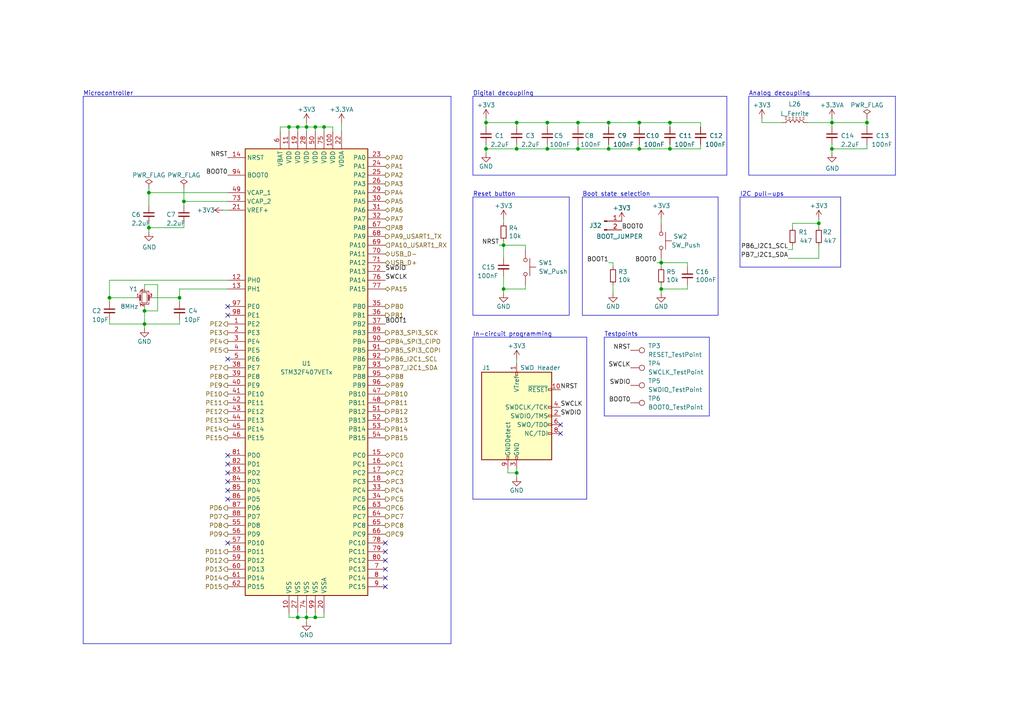
<source format=kicad_sch>
(kicad_sch (version 20230121) (generator eeschema)
  (paper "A4")
  (title_block (title "LumenPnP Motherboard") (date "2022-03-29") (company "Opulo"))
  (lib_symbols
    (symbol "Connector:Conn_01x02_Male" (pin_names (offset 1.016) hide)
      (property "Reference" "J" (at 0 2.54 0))
      (property "Value" "Conn_01x02_Male" (at 0 -5.08 0))
      (symbol "Conn_01x02_Male_1_1"
        (polyline (pts (xy 1.27 -2.54) (xy 0.8636 -2.54)) (stroke (width 0.1524)))
        (polyline (pts (xy 1.27 0) (xy 0.8636 0)) (stroke (width 0.1524)))
        (rectangle (start 0.8636 -2.413) (end 0 -2.667) (stroke (width 0.1524)) (fill (type outline)))
        (rectangle (start 0.8636 0.127) (end 0 -0.127) (stroke (width 0.1524)) (fill (type outline)))
        (pin passive line (at 5.08 0 180) (length 3.81) (name "Pin_1") (number "1"))
        (pin passive line (at 5.08 -2.54 180) (length 3.81) (name "Pin_2") (number "2"))
      )
    )
    (symbol "Connector:Conn_ARM_JTAG_SWD_10" (pin_names (offset 1.016))
      (property "Reference" "J" (at -2.54 16.51 0))
      (property "Value" "Conn_ARM_JTAG_SWD_10" (at -2.54 13.97 0))
      (symbol "Conn_ARM_JTAG_SWD_10_0_1"
        (rectangle (start -10.16 12.7) (end 10.16 -12.7) (stroke (width 0.254)) (fill (type background)))
        (rectangle (start -2.794 -12.7) (end -2.286 -11.684))
        (rectangle (start -0.254 -12.7) (end 0.254 -11.684))
        (rectangle (start -0.254 12.7) (end 0.254 11.684))
        (rectangle (start 9.144 2.286) (end 10.16 2.794))
        (rectangle (start 10.16 -2.794) (end 9.144 -2.286))
        (rectangle (start 10.16 -0.254) (end 9.144 0.254))
        (rectangle (start 10.16 7.874) (end 9.144 7.366))
      )
      (symbol "Conn_ARM_JTAG_SWD_10_1_1"
        (rectangle (start 9.144 -5.334) (end 10.16 -4.826))
        (pin power_in line (at 0 15.24 270) (length 2.54) (name "VTref") (number "1"))
        (pin open_collector line (at 12.7 7.62 180) (length 2.54) (name "~{RESET}") (number "10"))
        (pin bidirectional line (at 12.7 0 180) (length 2.54) (name "SWDIO/TMS") (number "2"))
        (pin power_in line (at 0 -15.24 90) (length 2.54) (name "GND") (number "3"))
        (pin output line (at 12.7 2.54 180) (length 2.54) (name "SWDCLK/TCK") (number "4"))
        (pin passive line (at 0 -15.24 90) (length 2.54) hide (name "GND") (number "5"))
        (pin input line (at 12.7 -2.54 180) (length 2.54) (name "SWO/TDO") (number "6"))
        (pin no_connect line (at -10.16 0 0) (length 2.54) hide (name "KEY") (number "7"))
        (pin output line (at 12.7 -5.08 180) (length 2.54) (name "NC/TDI") (number "8"))
        (pin passive line (at -2.54 -15.24 90) (length 2.54) (name "GNDDetect") (number "9"))
      )
    )
    (symbol "Connector:TestPoint" (pin_numbers hide) (pin_names (offset 0.762) hide)
      (property "Reference" "TP" (at 0 6.858 0))
      (property "Value" "TestPoint" (at 0 5.08 0))
      (symbol "TestPoint_0_1"
        (circle (center 0 3.302) (radius 0.762))
      )
      (symbol "TestPoint_1_1"
        (pin passive line (at 0 0 90) (length 2.54) (name "1") (number "1"))
      )
    )
    (symbol "Device:C_Small" (pin_numbers hide) (pin_names (offset 0.254) hide)
      (property "Reference" "C" (at 0.254 1.778 0))
      (property "Value" "C_Small" (at 0.254 -2.032 0))
      (symbol "C_Small_0_1"
        (polyline (pts (xy -1.524 -0.508) (xy 1.524 -0.508)) (stroke (width 0.3302)))
        (polyline (pts (xy -1.524 0.508) (xy 1.524 0.508)) (stroke (width 0.3048)))
      )
      (symbol "C_Small_1_1"
        (pin passive line (at 0 2.54 270) (length 2.032) (name "~") (number "1"))
        (pin passive line (at 0 -2.54 90) (length 2.032) (name "~") (number "2"))
      )
    )
    (symbol "Device:Crystal_GND24_Small" (pin_names (offset 1.016) hide)
      (property "Reference" "Y" (at 1.27 4.445 0))
      (property "Value" "Crystal_GND24_Small" (at 1.27 2.54 0))
      (symbol "Crystal_GND24_Small_0_1"
        (rectangle (start -0.762 -1.524) (end 0.762 1.524))
        (polyline (pts (xy -1.27 -0.762) (xy -1.27 0.762)) (stroke (width 0.381)))
        (polyline (pts (xy 1.27 -0.762) (xy 1.27 0.762)) (stroke (width 0.381)))
        (polyline (pts (xy -1.27 -1.27) (xy -1.27 -1.905) (xy 1.27 -1.905) (xy 1.27 -1.27)))
        (polyline (pts (xy -1.27 1.27) (xy -1.27 1.905) (xy 1.27 1.905) (xy 1.27 1.27)))
      )
      (symbol "Crystal_GND24_Small_1_1"
        (pin passive line (at -2.54 0 0) (length 1.27) (name "1") (number "1"))
        (pin passive line (at 0 -2.54 90) (length 0.635) (name "2") (number "2"))
        (pin passive line (at 2.54 0 180) (length 1.27) (name "3") (number "3"))
        (pin passive line (at 0 2.54 270) (length 0.635) (name "4") (number "4"))
      )
    )
    (symbol "Device:L_Ferrite" (pin_numbers hide) (pin_names (offset 1.016) hide)
      (property "Reference" "L" (at -1.27 0 90))
      (property "Value" "L_Ferrite" (at 2.794 0 90))
      (symbol "L_Ferrite_0_1"
        (arc (start 0 -2.54) (mid 0.6323 -1.905) (end 0 -1.27))
        (arc (start 0 -1.27) (mid 0.6323 -0.635) (end 0 0))
        (polyline (pts (xy 1.016 -2.794) (xy 1.016 -2.286)))
        (polyline (pts (xy 1.016 -1.778) (xy 1.016 -1.27)))
        (polyline (pts (xy 1.016 -0.762) (xy 1.016 -0.254)))
        (polyline (pts (xy 1.016 0.254) (xy 1.016 0.762)))
        (polyline (pts (xy 1.016 1.27) (xy 1.016 1.778)))
        (polyline (pts (xy 1.016 2.286) (xy 1.016 2.794)))
        (polyline (pts (xy 1.524 -2.286) (xy 1.524 -2.794)))
        (polyline (pts (xy 1.524 -1.27) (xy 1.524 -1.778)))
        (polyline (pts (xy 1.524 -0.254) (xy 1.524 -0.762)))
        (polyline (pts (xy 1.524 0.762) (xy 1.524 0.254)))
        (polyline (pts (xy 1.524 1.778) (xy 1.524 1.27)))
        (polyline (pts (xy 1.524 2.794) (xy 1.524 2.286)))
        (arc (start 0 0) (mid 0.6323 0.635) (end 0 1.27))
        (arc (start 0 1.27) (mid 0.6323 1.905) (end 0 2.54))
      )
      (symbol "L_Ferrite_1_1"
        (pin passive line (at 0 3.81 270) (length 1.27) (name "1") (number "1"))
        (pin passive line (at 0 -3.81 90) (length 1.27) (name "2") (number "2"))
      )
    )
    (symbol "Device:R_Small" (pin_numbers hide) (pin_names (offset 0.254) hide)
      (property "Reference" "R" (at 0.762 0.508 0))
      (property "Value" "R_Small" (at 0.762 -1.016 0))
      (symbol "R_Small_0_1"
        (rectangle (start -0.762 1.778) (end 0.762 -1.778) (stroke (width 0.2032)))
      )
      (symbol "R_Small_1_1"
        (pin passive line (at 0 2.54 270) (length 0.762) (name "~") (number "1"))
        (pin passive line (at 0 -2.54 90) (length 0.762) (name "~") (number "2"))
      )
    )
    (symbol "MCU_ST_STM32F4:STM32F407VETx"
      (property "Reference" "U" (at -17.78 64.77 0))
      (property "Value" "STM32F407VETx" (at 12.7 64.77 0))
      (symbol "STM32F407VETx_0_1"
        (rectangle (start -17.78 -66.04) (end 17.78 63.5) (stroke (width 0.254)) (fill (type background)))
      )
      (symbol "STM32F407VETx_1_1"
        (pin bidirectional line (at -22.86 12.7 0) (length 5.08) (name "PE2") (number "1"))
        (pin power_in line (at -5.08 -71.12 90) (length 5.08) (name "VSS") (number "10"))
        (pin power_in line (at 7.62 68.58 270) (length 5.08) (name "VDD") (number "100"))
        (pin power_in line (at -5.08 68.58 270) (length 5.08) (name "VDD") (number "11"))
        (pin input line (at -22.86 25.4 0) (length 5.08) (name "PH0") (number "12"))
        (pin input line (at -22.86 22.86 0) (length 5.08) (name "PH1") (number "13"))
        (pin input line (at -22.86 60.96 0) (length 5.08) (name "NRST") (number "14"))
        (pin bidirectional line (at 22.86 -25.4 180) (length 5.08) (name "PC0") (number "15"))
        (pin bidirectional line (at 22.86 -27.94 180) (length 5.08) (name "PC1") (number "16"))
        (pin bidirectional line (at 22.86 -30.48 180) (length 5.08) (name "PC2") (number "17"))
        (pin bidirectional line (at 22.86 -33.02 180) (length 5.08) (name "PC3") (number "18"))
        (pin power_in line (at -2.54 68.58 270) (length 5.08) (name "VDD") (number "19"))
        (pin bidirectional line (at -22.86 10.16 0) (length 5.08) (name "PE3") (number "2"))
        (pin power_in line (at 5.08 -71.12 90) (length 5.08) (name "VSSA") (number "20"))
        (pin power_in line (at -22.86 45.72 0) (length 5.08) (name "VREF+") (number "21"))
        (pin power_in line (at 10.16 68.58 270) (length 5.08) (name "VDDA") (number "22"))
        (pin bidirectional line (at 22.86 60.96 180) (length 5.08) (name "PA0") (number "23"))
        (pin bidirectional line (at 22.86 58.42 180) (length 5.08) (name "PA1") (number "24"))
        (pin bidirectional line (at 22.86 55.88 180) (length 5.08) (name "PA2") (number "25"))
        (pin bidirectional line (at 22.86 53.34 180) (length 5.08) (name "PA3") (number "26"))
        (pin power_in line (at -2.54 -71.12 90) (length 5.08) (name "VSS") (number "27"))
        (pin power_in line (at 0 68.58 270) (length 5.08) (name "VDD") (number "28"))
        (pin bidirectional line (at 22.86 50.8 180) (length 5.08) (name "PA4") (number "29"))
        (pin bidirectional line (at -22.86 7.62 0) (length 5.08) (name "PE4") (number "3"))
        (pin bidirectional line (at 22.86 48.26 180) (length 5.08) (name "PA5") (number "30"))
        (pin bidirectional line (at 22.86 45.72 180) (length 5.08) (name "PA6") (number "31"))
        (pin bidirectional line (at 22.86 43.18 180) (length 5.08) (name "PA7") (number "32"))
        (pin bidirectional line (at 22.86 -35.56 180) (length 5.08) (name "PC4") (number "33"))
        (pin bidirectional line (at 22.86 -38.1 180) (length 5.08) (name "PC5") (number "34"))
        (pin bidirectional line (at 22.86 17.78 180) (length 5.08) (name "PB0") (number "35"))
        (pin bidirectional line (at 22.86 15.24 180) (length 5.08) (name "PB1") (number "36"))
        (pin bidirectional line (at 22.86 12.7 180) (length 5.08) (name "PB2") (number "37"))
        (pin bidirectional line (at -22.86 0 0) (length 5.08) (name "PE7") (number "38"))
        (pin bidirectional line (at -22.86 -2.54 0) (length 5.08) (name "PE8") (number "39"))
        (pin bidirectional line (at -22.86 5.08 0) (length 5.08) (name "PE5") (number "4"))
        (pin bidirectional line (at -22.86 -5.08 0) (length 5.08) (name "PE9") (number "40"))
        (pin bidirectional line (at -22.86 -7.62 0) (length 5.08) (name "PE10") (number "41"))
        (pin bidirectional line (at -22.86 -10.16 0) (length 5.08) (name "PE11") (number "42"))
        (pin bidirectional line (at -22.86 -12.7 0) (length 5.08) (name "PE12") (number "43"))
        (pin bidirectional line (at -22.86 -15.24 0) (length 5.08) (name "PE13") (number "44"))
        (pin bidirectional line (at -22.86 -17.78 0) (length 5.08) (name "PE14") (number "45"))
        (pin bidirectional line (at -22.86 -20.32 0) (length 5.08) (name "PE15") (number "46"))
        (pin bidirectional line (at 22.86 -7.62 180) (length 5.08) (name "PB10") (number "47"))
        (pin bidirectional line (at 22.86 -10.16 180) (length 5.08) (name "PB11") (number "48"))
        (pin power_in line (at -22.86 50.8 0) (length 5.08) (name "VCAP_1") (number "49"))
        (pin bidirectional line (at -22.86 2.54 0) (length 5.08) (name "PE6") (number "5"))
        (pin power_in line (at 2.54 68.58 270) (length 5.08) (name "VDD") (number "50"))
        (pin bidirectional line (at 22.86 -12.7 180) (length 5.08) (name "PB12") (number "51"))
        (pin bidirectional line (at 22.86 -15.24 180) (length 5.08) (name "PB13") (number "52"))
        (pin bidirectional line (at 22.86 -17.78 180) (length 5.08) (name "PB14") (number "53"))
        (pin bidirectional line (at 22.86 -20.32 180) (length 5.08) (name "PB15") (number "54"))
        (pin bidirectional line (at -22.86 -45.72 0) (length 5.08) (name "PD8") (number "55"))
        (pin bidirectional line (at -22.86 -48.26 0) (length 5.08) (name "PD9") (number "56"))
        (pin bidirectional line (at -22.86 -50.8 0) (length 5.08) (name "PD10") (number "57"))
        (pin bidirectional line (at -22.86 -53.34 0) (length 5.08) (name "PD11") (number "58"))
        (pin bidirectional line (at -22.86 -55.88 0) (length 5.08) (name "PD12") (number "59"))
        (pin power_in line (at -7.62 68.58 270) (length 5.08) (name "VBAT") (number "6"))
        (pin bidirectional line (at -22.86 -58.42 0) (length 5.08) (name "PD13") (number "60"))
        (pin bidirectional line (at -22.86 -60.96 0) (length 5.08) (name "PD14") (number "61"))
        (pin bidirectional line (at -22.86 -63.5 0) (length 5.08) (name "PD15") (number "62"))
        (pin bidirectional line (at 22.86 -40.64 180) (length 5.08) (name "PC6") (number "63"))
        (pin bidirectional line (at 22.86 -43.18 180) (length 5.08) (name "PC7") (number "64"))
        (pin bidirectional line (at 22.86 -45.72 180) (length 5.08) (name "PC8") (number "65"))
        (pin bidirectional line (at 22.86 -48.26 180) (length 5.08) (name "PC9") (number "66"))
        (pin bidirectional line (at 22.86 40.64 180) (length 5.08) (name "PA8") (number "67"))
        (pin bidirectional line (at 22.86 38.1 180) (length 5.08) (name "PA9") (number "68"))
        (pin bidirectional line (at 22.86 35.56 180) (length 5.08) (name "PA10") (number "69"))
        (pin bidirectional line (at 22.86 -58.42 180) (length 5.08) (name "PC13") (number "7"))
        (pin bidirectional line (at 22.86 33.02 180) (length 5.08) (name "PA11") (number "70"))
        (pin bidirectional line (at 22.86 30.48 180) (length 5.08) (name "PA12") (number "71"))
        (pin bidirectional line (at 22.86 27.94 180) (length 5.08) (name "PA13") (number "72"))
        (pin power_in line (at -22.86 48.26 0) (length 5.08) (name "VCAP_2") (number "73"))
        (pin power_in line (at 0 -71.12 90) (length 5.08) (name "VSS") (number "74"))
        (pin power_in line (at 5.08 68.58 270) (length 5.08) (name "VDD") (number "75"))
        (pin bidirectional line (at 22.86 25.4 180) (length 5.08) (name "PA14") (number "76"))
        (pin bidirectional line (at 22.86 22.86 180) (length 5.08) (name "PA15") (number "77"))
        (pin bidirectional line (at 22.86 -50.8 180) (length 5.08) (name "PC10") (number "78"))
        (pin bidirectional line (at 22.86 -53.34 180) (length 5.08) (name "PC11") (number "79"))
        (pin bidirectional line (at 22.86 -60.96 180) (length 5.08) (name "PC14") (number "8"))
        (pin bidirectional line (at 22.86 -55.88 180) (length 5.08) (name "PC12") (number "80"))
        (pin bidirectional line (at -22.86 -25.4 0) (length 5.08) (name "PD0") (number "81"))
        (pin bidirectional line (at -22.86 -27.94 0) (length 5.08) (name "PD1") (number "82"))
        (pin bidirectional line (at -22.86 -30.48 0) (length 5.08) (name "PD2") (number "83"))
        (pin bidirectional line (at -22.86 -33.02 0) (length 5.08) (name "PD3") (number "84"))
        (pin bidirectional line (at -22.86 -35.56 0) (length 5.08) (name "PD4") (number "85"))
        (pin bidirectional line (at -22.86 -38.1 0) (length 5.08) (name "PD5") (number "86"))
        (pin bidirectional line (at -22.86 -40.64 0) (length 5.08) (name "PD6") (number "87"))
        (pin bidirectional line (at -22.86 -43.18 0) (length 5.08) (name "PD7") (number "88"))
        (pin bidirectional line (at 22.86 10.16 180) (length 5.08) (name "PB3") (number "89"))
        (pin bidirectional line (at 22.86 -63.5 180) (length 5.08) (name "PC15") (number "9"))
        (pin bidirectional line (at 22.86 7.62 180) (length 5.08) (name "PB4") (number "90"))
        (pin bidirectional line (at 22.86 5.08 180) (length 5.08) (name "PB5") (number "91"))
        (pin bidirectional line (at 22.86 2.54 180) (length 5.08) (name "PB6") (number "92"))
        (pin bidirectional line (at 22.86 0 180) (length 5.08) (name "PB7") (number "93"))
        (pin input line (at -22.86 55.88 0) (length 5.08) (name "BOOT0") (number "94"))
        (pin bidirectional line (at 22.86 -2.54 180) (length 5.08) (name "PB8") (number "95"))
        (pin bidirectional line (at 22.86 -5.08 180) (length 5.08) (name "PB9") (number "96"))
        (pin bidirectional line (at -22.86 17.78 0) (length 5.08) (name "PE0") (number "97"))
        (pin bidirectional line (at -22.86 15.24 0) (length 5.08) (name "PE1") (number "98"))
        (pin power_in line (at 2.54 -71.12 90) (length 5.08) (name "VSS") (number "99"))
      )
    )
    (symbol "Switch:SW_Push" (pin_numbers hide) (pin_names (offset 1.016) hide)
      (property "Reference" "SW" (at 1.27 2.54 0))
      (property "Value" "SW_Push" (at 0 -1.524 0))
      (symbol "SW_Push_0_1"
        (circle (center -2.032 0) (radius 0.508))
        (polyline (pts (xy 0 1.27) (xy 0 3.048)))
        (polyline (pts (xy 2.54 1.27) (xy -2.54 1.27)))
        (circle (center 2.032 0) (radius 0.508))
        (pin passive line (at -5.08 0 0) (length 2.54) (name "1") (number "1"))
        (pin passive line (at 5.08 0 180) (length 2.54) (name "2") (number "2"))
      )
    )
    (symbol "power:+3.3V" (power) (pin_names (offset 0))
      (property "Value" "+3.3V" (at 0 3.556 0))
      (symbol "+3.3V_0_1"
        (polyline (pts (xy -0.762 1.27) (xy 0 2.54)))
        (polyline (pts (xy 0 0) (xy 0 2.54)))
        (polyline (pts (xy 0 2.54) (xy 0.762 1.27)))
      )
      (symbol "+3.3V_1_1"
        (pin power_in line (at 0 0 90) (length 0) hide (name "+3V3") (number "1"))
      )
    )
    (symbol "power:+3.3VA" (power) (pin_names (offset 0))
      (property "Value" "+3.3VA" (at 0 3.556 0))
      (symbol "+3.3VA_0_1"
        (polyline (pts (xy -0.762 1.27) (xy 0 2.54)))
        (polyline (pts (xy 0 0) (xy 0 2.54)))
        (polyline (pts (xy 0 2.54) (xy 0.762 1.27)))
      )
      (symbol "+3.3VA_1_1"
        (pin power_in line (at 0 0 90) (length 0) hide (name "+3.3VA") (number "1"))
      )
    )
    (symbol "power:+3V3" (power) (pin_names (offset 0))
      (property "Value" "+3V3" (at 0 3.556 0))
      (symbol "+3V3_0_1"
        (polyline (pts (xy -0.762 1.27) (xy 0 2.54)))
        (polyline (pts (xy 0 0) (xy 0 2.54)))
        (polyline (pts (xy 0 2.54) (xy 0.762 1.27)))
      )
      (symbol "+3V3_1_1"
        (pin power_in line (at 0 0 90) (length 0) hide (name "+3V3") (number "1"))
      )
    )
    (symbol "power:GND" (power) (pin_names (offset 0))
      (property "Value" "GND" (at 0 -3.81 0))
      (symbol "GND_0_1"
        (polyline (pts (xy 0 0) (xy 0 -1.27) (xy 1.27 -1.27) (xy 0 -2.54) (xy -1.27 -1.27) (xy 0 -1.27)))
      )
      (symbol "GND_1_1"
        (pin power_in line (at 0 0 270) (length 0) hide (name "GND") (number "1"))
      )
    )
    (symbol "power:PWR_FLAG" (power) (pin_numbers hide) (pin_names (offset 0) hide)
      (property "Value" "PWR_FLAG" (at 0 3.81 0))
      (symbol "PWR_FLAG_0_0"
        (pin power_out line (at 0 0 90) (length 0) (name "pwr") (number "1"))
      )
      (symbol "PWR_FLAG_0_1"
        (polyline (pts (xy 0 0) (xy 0 1.27) (xy -1.016 1.905) (xy 0 2.54) (xy 1.016 1.905) (xy 0 1.27)))
      )
    )
  )
  (junction (at 167.64 43.18))
  (junction (at 241.3 35.56))
  (junction (at 185.42 43.18))
  (junction (at 91.44 179.07))
  (junction (at 237.49 64.77))
  (junction (at 88.9 179.07))
  (junction (at 191.77 76.2))
  (junction (at 31.75 86.36))
  (junction (at 41.91 93.98))
  (junction (at 146.05 83.82))
  (junction (at 53.34 58.42))
  (junction (at 241.3 43.18))
  (junction (at 167.64 35.56))
  (junction (at 158.75 35.56))
  (junction (at 191.77 83.82))
  (junction (at 43.18 66.04))
  (junction (at 88.9 36.83))
  (junction (at 86.36 179.07))
  (junction (at 43.18 55.88))
  (junction (at 149.86 137.16))
  (junction (at 149.86 35.56))
  (junction (at 176.53 35.56))
  (junction (at 86.36 36.83))
  (junction (at 140.97 43.18))
  (junction (at 52.07 86.36))
  (junction (at 93.98 36.83))
  (junction (at 194.31 43.18))
  (junction (at 149.86 43.18))
  (junction (at 83.82 36.83))
  (junction (at 41.91 90.17))
  (junction (at 146.05 71.12))
  (junction (at 91.44 36.83))
  (junction (at 140.97 35.56))
  (junction (at 185.42 35.56))
  (junction (at 158.75 43.18))
  (junction (at 194.31 35.56))
  (junction (at 251.46 35.56))
  (junction (at 176.53 43.18))
  (no_connect (at 162.56 123.19))
  (no_connect (at 66.04 157.48))
  (no_connect (at 66.04 134.62))
  (no_connect (at 66.04 142.24))
  (no_connect (at 66.04 137.16))
  (no_connect (at 66.04 144.78))
  (no_connect (at 66.04 104.14))
  (no_connect (at 66.04 91.44))
  (no_connect (at 111.76 162.56))
  (no_connect (at 111.76 165.1))
  (no_connect (at 66.04 132.08))
  (no_connect (at 66.04 88.9))
  (no_connect (at 162.56 125.73))
  (no_connect (at 111.76 160.02))
  (no_connect (at 111.76 167.64))
  (no_connect (at 66.04 139.7))
  (no_connect (at 111.76 170.18))
  (no_connect (at 111.76 157.48))
  (wire (pts (xy 203.2 41.91) (xy 203.2 43.18)))
  (wire (pts (xy 149.86 35.56) (xy 158.75 35.56)))
  (wire (pts (xy 93.98 179.07) (xy 93.98 177.8)))
  (wire (pts (xy 203.2 35.56) (xy 203.2 36.83)))
  (wire (pts (xy 140.97 43.18) (xy 140.97 41.91)))
  (wire (pts (xy 31.75 87.63) (xy 31.75 86.36)))
  (wire (pts (xy 191.77 74.93) (xy 191.77 76.2)))
  (wire (pts (xy 140.97 36.83) (xy 140.97 35.56)))
  (polyline (pts (xy 170.18 97.79) (xy 170.18 144.78)))
  (polyline (pts (xy 210.82 27.94) (xy 210.82 50.8)))
  (wire (pts (xy 167.64 35.56) (xy 167.64 36.83)))
  (polyline (pts (xy 208.28 57.15) (xy 208.28 91.44)))
  (wire (pts (xy 66.04 83.82) (xy 52.07 83.82)))
  (wire (pts (xy 220.98 35.56) (xy 226.695 35.56)))
  (wire (pts (xy 190.5 76.2) (xy 191.77 76.2)))
  (wire (pts (xy 41.91 82.55) (xy 45.72 82.55)))
  (wire (pts (xy 88.9 177.8) (xy 88.9 179.07)))
  (polyline (pts (xy 137.16 97.79) (xy 137.16 144.78)))
  (wire (pts (xy 45.72 82.55) (xy 45.72 90.17)))
  (wire (pts (xy 96.52 36.83) (xy 96.52 38.1)))
  (wire (pts (xy 241.3 36.83) (xy 241.3 35.56)))
  (wire (pts (xy 99.06 35.56) (xy 99.06 38.1)))
  (polyline (pts (xy 259.715 27.94) (xy 259.715 50.8)))
  (polyline (pts (xy 24.13 27.94) (xy 130.81 27.94)))
  (polyline (pts (xy 214.63 57.15) (xy 214.63 77.47)))
  (wire (pts (xy 220.98 34.29) (xy 220.98 35.56)))
  (wire (pts (xy 41.91 93.98) (xy 41.91 95.25)))
  (wire (pts (xy 149.86 35.56) (xy 149.86 36.83)))
  (wire (pts (xy 52.07 92.71) (xy 52.07 93.98)))
  (wire (pts (xy 251.46 35.56) (xy 251.46 36.83)))
  (wire (pts (xy 199.39 83.82) (xy 199.39 82.55)))
  (polyline (pts (xy 208.28 91.44) (xy 168.91 91.44)))
  (wire (pts (xy 140.97 35.56) (xy 149.86 35.56)))
  (wire (pts (xy 147.32 137.16) (xy 149.86 137.16)))
  (wire (pts (xy 251.46 43.18) (xy 241.3 43.18)))
  (polyline (pts (xy 168.91 57.15) (xy 208.28 57.15)))
  (wire (pts (xy 152.4 83.82) (xy 152.4 82.55)))
  (wire (pts (xy 31.75 92.71) (xy 31.75 93.98)))
  (wire (pts (xy 158.75 43.18) (xy 158.75 41.91)))
  (wire (pts (xy 31.75 93.98) (xy 41.91 93.98)))
  (wire (pts (xy 91.44 36.83) (xy 91.44 38.1)))
  (polyline (pts (xy 175.26 97.79) (xy 175.26 120.65)))
  (wire (pts (xy 83.82 36.83) (xy 83.82 38.1)))
  (polyline (pts (xy 217.17 27.94) (xy 259.715 27.94)))
  (wire (pts (xy 152.4 72.39) (xy 152.4 71.12)))
  (wire (pts (xy 185.42 35.56) (xy 185.42 36.83)))
  (wire (pts (xy 146.05 83.82) (xy 152.4 83.82)))
  (wire (pts (xy 149.86 137.16) (xy 149.86 135.89)))
  (polyline (pts (xy 137.16 57.15) (xy 137.16 91.44)))
  (wire (pts (xy 88.9 36.83) (xy 91.44 36.83)))
  (wire (pts (xy 43.18 66.04) (xy 53.34 66.04)))
  (wire (pts (xy 53.34 64.77) (xy 53.34 66.04)))
  (polyline (pts (xy 205.74 97.79) (xy 205.74 120.65)))
  (wire (pts (xy 237.49 64.77) (xy 237.49 66.04)))
  (wire (pts (xy 228.6 72.39) (xy 229.87 72.39)))
  (wire (pts (xy 86.36 177.8) (xy 86.36 179.07)))
  (polyline (pts (xy 243.84 57.15) (xy 243.84 77.47)))
  (wire (pts (xy 53.34 58.42) (xy 66.04 58.42)))
  (wire (pts (xy 88.9 179.07) (xy 88.9 180.34)))
  (polyline (pts (xy 170.18 144.78) (xy 137.16 144.78)))
  (wire (pts (xy 43.18 64.77) (xy 43.18 66.04)))
  (wire (pts (xy 81.28 36.83) (xy 83.82 36.83)))
  (polyline (pts (xy 130.81 186.69) (xy 24.13 186.69)))
  (polyline (pts (xy 137.16 57.15) (xy 165.1 57.15)))
  (wire (pts (xy 146.05 80.01) (xy 146.05 83.82)))
  (polyline (pts (xy 259.715 50.8) (xy 217.17 50.8)))
  (wire (pts (xy 149.86 104.14) (xy 149.86 105.41)))
  (wire (pts (xy 146.05 71.12) (xy 146.05 74.93)))
  (wire (pts (xy 83.82 177.8) (xy 83.82 179.07)))
  (wire (pts (xy 81.28 38.1) (xy 81.28 36.83)))
  (wire (pts (xy 43.18 55.88) (xy 66.04 55.88)))
  (polyline (pts (xy 214.63 57.15) (xy 243.84 57.15)))
  (wire (pts (xy 167.64 35.56) (xy 176.53 35.56)))
  (wire (pts (xy 241.3 43.18) (xy 241.3 41.91)))
  (wire (pts (xy 228.6 74.93) (xy 237.49 74.93)))
  (wire (pts (xy 191.77 76.2) (xy 199.39 76.2)))
  (wire (pts (xy 146.05 71.12) (xy 146.05 69.85)))
  (wire (pts (xy 88.9 35.56) (xy 88.9 36.83)))
  (wire (pts (xy 52.07 83.82) (xy 52.07 86.36)))
  (polyline (pts (xy 205.74 120.65) (xy 175.26 120.65)))
  (wire (pts (xy 43.18 55.88) (xy 43.18 59.69)))
  (wire (pts (xy 31.75 86.36) (xy 39.37 86.36)))
  (wire (pts (xy 41.91 83.82) (xy 41.91 82.55)))
  (wire (pts (xy 194.31 35.56) (xy 194.31 36.83)))
  (wire (pts (xy 176.53 35.56) (xy 176.53 36.83)))
  (wire (pts (xy 149.86 43.18) (xy 140.97 43.18)))
  (wire (pts (xy 86.36 36.83) (xy 88.9 36.83)))
  (wire (pts (xy 251.46 34.29) (xy 251.46 35.56)))
  (wire (pts (xy 91.44 179.07) (xy 93.98 179.07)))
  (wire (pts (xy 43.18 54.61) (xy 43.18 55.88)))
  (wire (pts (xy 241.3 43.18) (xy 241.3 44.45)))
  (wire (pts (xy 177.8 76.2) (xy 177.8 77.47)))
  (wire (pts (xy 203.2 43.18) (xy 194.31 43.18)))
  (wire (pts (xy 83.82 36.83) (xy 86.36 36.83)))
  (wire (pts (xy 53.34 54.61) (xy 53.34 58.42)))
  (wire (pts (xy 241.3 35.56) (xy 251.46 35.56)))
  (wire (pts (xy 149.86 43.18) (xy 149.86 41.91)))
  (polyline (pts (xy 165.1 91.44) (xy 165.1 57.15)))
  (wire (pts (xy 229.87 64.77) (xy 229.87 66.04)))
  (wire (pts (xy 176.53 76.2) (xy 177.8 76.2)))
  (wire (pts (xy 191.77 63.5) (xy 191.77 64.77)))
  (wire (pts (xy 88.9 36.83) (xy 88.9 38.1)))
  (wire (pts (xy 191.77 82.55) (xy 191.77 83.82)))
  (wire (pts (xy 44.45 86.36) (xy 52.07 86.36)))
  (wire (pts (xy 91.44 177.8) (xy 91.44 179.07)))
  (wire (pts (xy 167.64 43.18) (xy 158.75 43.18)))
  (wire (pts (xy 31.75 81.28) (xy 31.75 86.36)))
  (wire (pts (xy 93.98 36.83) (xy 93.98 38.1)))
  (wire (pts (xy 251.46 41.91) (xy 251.46 43.18)))
  (polyline (pts (xy 217.17 27.94) (xy 217.17 50.8)))
  (polyline (pts (xy 168.91 57.15) (xy 168.91 91.44)))
  (wire (pts (xy 185.42 35.56) (xy 194.31 35.56)))
  (wire (pts (xy 53.34 58.42) (xy 53.34 59.69)))
  (wire (pts (xy 146.05 63.5) (xy 146.05 64.77)))
  (polyline (pts (xy 243.84 77.47) (xy 214.63 77.47)))
  (wire (pts (xy 237.49 63.5) (xy 237.49 64.77)))
  (wire (pts (xy 237.49 71.12) (xy 237.49 74.93)))
  (wire (pts (xy 147.32 137.16) (xy 147.32 135.89)))
  (wire (pts (xy 194.31 43.18) (xy 194.31 41.91)))
  (polyline (pts (xy 137.16 91.44) (xy 165.1 91.44)))
  (wire (pts (xy 241.3 34.29) (xy 241.3 35.56)))
  (wire (pts (xy 88.9 179.07) (xy 91.44 179.07)))
  (wire (pts (xy 86.36 179.07) (xy 88.9 179.07)))
  (wire (pts (xy 86.36 36.83) (xy 86.36 38.1)))
  (wire (pts (xy 52.07 86.36) (xy 52.07 87.63)))
  (wire (pts (xy 234.315 35.56) (xy 241.3 35.56)))
  (wire (pts (xy 41.91 88.9) (xy 41.91 90.17)))
  (wire (pts (xy 176.53 35.56) (xy 185.42 35.56)))
  (wire (pts (xy 41.91 93.98) (xy 52.07 93.98)))
  (wire (pts (xy 41.91 90.17) (xy 45.72 90.17)))
  (polyline (pts (xy 137.16 97.79) (xy 170.18 97.79)))
  (wire (pts (xy 43.18 66.04) (xy 43.18 67.31)))
  (wire (pts (xy 158.75 35.56) (xy 158.75 36.83)))
  (wire (pts (xy 140.97 43.18) (xy 140.97 44.45)))
  (polyline (pts (xy 137.16 27.94) (xy 210.82 27.94)))
  (wire (pts (xy 191.77 83.82) (xy 199.39 83.82)))
  (wire (pts (xy 199.39 77.47) (xy 199.39 76.2)))
  (wire (pts (xy 152.4 71.12) (xy 146.05 71.12)))
  (polyline (pts (xy 175.26 97.79) (xy 205.74 97.79)))
  (wire (pts (xy 185.42 43.18) (xy 185.42 41.91)))
  (wire (pts (xy 140.97 34.29) (xy 140.97 35.56)))
  (wire (pts (xy 194.31 35.56) (xy 203.2 35.56)))
  (wire (pts (xy 177.8 82.55) (xy 177.8 85.09)))
  (wire (pts (xy 185.42 43.18) (xy 176.53 43.18)))
  (wire (pts (xy 91.44 36.83) (xy 93.98 36.83)))
  (wire (pts (xy 144.78 71.12) (xy 146.05 71.12)))
  (wire (pts (xy 176.53 43.18) (xy 167.64 43.18)))
  (wire (pts (xy 41.91 90.17) (xy 41.91 93.98)))
  (wire (pts (xy 167.64 43.18) (xy 167.64 41.91)))
  (wire (pts (xy 191.77 83.82) (xy 191.77 85.09)))
  (polyline (pts (xy 24.13 27.94) (xy 24.13 186.69)))
  (wire (pts (xy 229.87 64.77) (xy 237.49 64.77)))
  (wire (pts (xy 64.77 60.96) (xy 66.04 60.96)))
  (wire (pts (xy 31.75 81.28) (xy 66.04 81.28)))
  (polyline (pts (xy 210.82 50.8) (xy 137.16 50.8)))
  (wire (pts (xy 158.75 35.56) (xy 167.64 35.56)))
  (polyline (pts (xy 130.81 27.94) (xy 130.81 186.69)))
  (wire (pts (xy 194.31 43.18) (xy 185.42 43.18)))
  (wire (pts (xy 191.77 76.2) (xy 191.77 77.47)))
  (wire (pts (xy 93.98 36.83) (xy 96.52 36.83)))
  (wire (pts (xy 83.82 179.07) (xy 86.36 179.07)))
  (wire (pts (xy 149.86 137.16) (xy 149.86 138.43)))
  (wire (pts (xy 176.53 43.18) (xy 176.53 41.91)))
  (polyline (pts (xy 137.16 27.94) (xy 137.16 50.8)))
  (wire (pts (xy 146.05 83.82) (xy 146.05 85.09)))
  (wire (pts (xy 158.75 43.18) (xy 149.86 43.18)))
  (wire (pts (xy 229.87 72.39) (xy 229.87 71.12)))
  (text "Analog decoupling" (at 217.17 27.94 0) (effects (font (size 1.27 1.27)) (justify left bottom)))
  (text "Reset button" (at 137.16 57.15 0) (effects (font (size 1.27 1.27)) (justify left bottom)))
  (text "Microcontroller" (at 24.13 27.94 0) (effects (font (size 1.27 1.27)) (justify left bottom)))
  (text "Boot state selection" (at 168.91 57.15 0) (effects (font (size 1.27 1.27)) (justify left bottom)))
  (text "Digital decoupling" (at 137.16 27.94 0) (effects (font (size 1.27 1.27)) (justify left bottom)))
  (text "Testpoints" (at 175.26 97.79 0) (effects (font (size 1.27 1.27)) (justify left bottom)))
  (text "In-circuit programming" (at 137.16 97.79 0) (effects (font (size 1.27 1.27)) (justify left bottom)))
  (text "I2C pull-ups" (at 214.63 57.15 0) (effects (font (size 1.27 1.27)) (justify left bottom)))
  (label "BOOT1" (at 176.53 76.2 180))
  (label "SWCLK" (at 111.76 81.28 0))
  (label "SWDIO" (at 111.76 78.74 0))
  (label "BOOT0" (at 182.88 116.84 180))
  (label "BOOT1" (at 111.76 93.98 0))
  (label "SWDIO" (at 182.88 111.76 180))
  (label "NRST" (at 66.04 45.72 180))
  (label "NRST" (at 182.88 101.6 180))
  (label "BOOT0" (at 190.5 76.2 180))
  (label "NRST" (at 162.56 113.03 0))
  (label "SWDIO" (at 162.56 120.65 0))
  (label "BOOT0" (at 66.04 50.8 180))
  (label "SWCLK" (at 162.56 118.11 0))
  (label "SWCLK" (at 182.88 106.68 180))
  (label "PB7_I2C1_SDA" (at 228.6 74.93 180))
  (label "PB6_I2C1_SCL" (at 228.6 72.39 180))
  (label "BOOT0" (at 180.34 66.675 0))
  (label "NRST" (at 144.78 71.12 180))
  (hierarchical_label "PB3_SPI3_SCK" (shape output) (at 111.76 96.52 0))
  (hierarchical_label "PE4" (shape output) (at 66.04 99.06 180))
  (hierarchical_label "PE9" (shape output) (at 66.04 111.76 180))
  (hierarchical_label "PB12" (shape output) (at 111.76 119.38 0))
  (hierarchical_label "PC5" (shape output) (at 111.76 144.78 0))
  (hierarchical_label "PB14" (shape output) (at 111.76 124.46 0))
  (hierarchical_label "PC0" (shape bidirectional) (at 111.76 132.08 0))
  (hierarchical_label "PB10" (shape output) (at 111.76 114.3 0))
  (hierarchical_label "PC2" (shape bidirectional) (at 111.76 137.16 0))
  (hierarchical_label "PD8" (shape output) (at 66.04 152.4 180))
  (hierarchical_label "PC6" (shape input) (at 111.76 147.32 0))
  (hierarchical_label "PD7" (shape output) (at 66.04 149.86 180))
  (hierarchical_label "PA5" (shape bidirectional) (at 111.76 58.42 0))
  (hierarchical_label "PA0" (shape bidirectional) (at 111.76 45.72 0))
  (hierarchical_label "PC4" (shape output) (at 111.76 142.24 0))
  (hierarchical_label "PA7" (shape bidirectional) (at 111.76 63.5 0))
  (hierarchical_label "PB1" (shape output) (at 111.76 91.44 0))
  (hierarchical_label "PE13" (shape output) (at 66.04 121.92 180))
  (hierarchical_label "PE11" (shape output) (at 66.04 116.84 180))
  (hierarchical_label "PE12" (shape output) (at 66.04 119.38 180))
  (hierarchical_label "PE2" (shape output) (at 66.04 93.98 180))
  (hierarchical_label "PA6" (shape bidirectional) (at 111.76 60.96 0))
  (hierarchical_label "PE14" (shape output) (at 66.04 124.46 180))
  (hierarchical_label "PA1" (shape bidirectional) (at 111.76 48.26 0))
  (hierarchical_label "PB0" (shape output) (at 111.76 88.9 0))
  (hierarchical_label "PD9" (shape output) (at 66.04 154.94 180))
  (hierarchical_label "PA3" (shape output) (at 111.76 53.34 0))
  (hierarchical_label "PD13" (shape output) (at 66.04 165.1 180))
  (hierarchical_label "PA9_USART1_TX" (shape output) (at 111.76 68.58 0))
  (hierarchical_label "PE3" (shape output) (at 66.04 96.52 180))
  (hierarchical_label "PD15" (shape output) (at 66.04 170.18 180))
  (hierarchical_label "PD14" (shape output) (at 66.04 167.64 180))
  (hierarchical_label "PD6" (shape output) (at 66.04 147.32 180))
  (hierarchical_label "PB4_SPI3_CIPO" (shape input) (at 111.76 99.06 0))
  (hierarchical_label "PE7" (shape output) (at 66.04 106.68 180))
  (hierarchical_label "PA15" (shape bidirectional) (at 111.76 83.82 0))
  (hierarchical_label "USB_D+" (shape bidirectional) (at 111.76 76.2 0))
  (hierarchical_label "PB8" (shape bidirectional) (at 111.76 109.22 0))
  (hierarchical_label "PC1" (shape bidirectional) (at 111.76 134.62 0))
  (hierarchical_label "PA2" (shape output) (at 111.76 50.8 0))
  (hierarchical_label "USB_D-" (shape bidirectional) (at 111.76 73.66 0))
  (hierarchical_label "PE5" (shape output) (at 66.04 101.6 180))
  (hierarchical_label "PB5_SPI3_COPI" (shape output) (at 111.76 101.6 0))
  (hierarchical_label "PB13" (shape output) (at 111.76 121.92 0))
  (hierarchical_label "PE15" (shape output) (at 66.04 127 180))
  (hierarchical_label "PB7_I2C1_SDA" (shape bidirectional) (at 111.76 106.68 0))
  (hierarchical_label "PB15" (shape output) (at 111.76 127 0))
  (hierarchical_label "PC3" (shape bidirectional) (at 111.76 139.7 0))
  (hierarchical_label "PC9" (shape input) (at 111.76 154.94 0))
  (hierarchical_label "PB9" (shape bidirectional) (at 111.76 111.76 0))
  (hierarchical_label "PB6_I2C1_SCL" (shape output) (at 111.76 104.14 0))
  (hierarchical_label "PA4" (shape output) (at 111.76 55.88 0))
  (hierarchical_label "PE8" (shape output) (at 66.04 109.22 180))
  (hierarchical_label "PA8" (shape input) (at 111.76 66.04 0))
  (hierarchical_label "PC8" (shape output) (at 111.76 152.4 0))
  (hierarchical_label "PD11" (shape output) (at 66.04 160.02 180))
  (hierarchical_label "PB11" (shape output) (at 111.76 116.84 0))
  (hierarchical_label "PA10_USART1_RX" (shape input) (at 111.76 71.12 0))
  (hierarchical_label "PE10" (shape output) (at 66.04 114.3 180))
  (hierarchical_label "PD12" (shape output) (at 66.04 162.56 180))
  (hierarchical_label "PC7" (shape output) (at 111.76 149.86 0))
  (symbol (lib_id "power:GND") (at 88.9 180.34 0) (unit 1)
    (property "Reference" "#PWR09" (effects hide))
    (property "Value" "GND" (at 88.9 184.15 0))
  )
  (symbol (lib_id "Switch:SW_Push") (at 152.4 77.47 270) (mirror x) (unit 1)
    (property "Reference" "SW1" (at 156.21 76.2 90) (effects (justify left)))
    (property "Value" "SW_Push" (at 156.21 78.74 90) (effects (justify left)))
    (property "Footprint" "Button_Switch_SMD:SW_SPST_B3S-1000" (effects hide))
    (property "Datasheet" "https://omronfs.omron.com/en_US/ecb/products/pdf/en-b3s.pdf" (effects hide))
    (property "JLCPCB" "C83206" (effects hide))
    (property "Digikey" "SW415-ND" (effects hide))
    (property "LCSC" "C83206" (effects hide))
    (property "Mouser" "653-B3S-1000P" (effects hide))
  )
  (symbol (lib_id "Device:R_Small") (at 191.77 80.01 0) (unit 1)
    (property "Reference" "R5" (at 193.2686 78.8416 0) (effects (justify left)))
    (property "Value" "10k" (at 193.2686 81.153 0) (effects (justify left)))
    (property "Footprint" "Resistor_SMD:R_0805_2012Metric" (effects hide))
    (property "Digikey" "RMCF0805FT10K0CT-ND" (effects hide))
    (property "JLCPCB" "C17414" (effects hide))
    (property "LCSC" "C115295" (effects hide))
    (property "Mouser" "71-CRCW080510K0FKEAC" (effects hide))
    (property "Notes" "125mW/1%" (effects hide))
  )
  (symbol (lib_id "Switch:SW_Push") (at 191.77 69.85 270) (mirror x) (unit 1)
    (property "Reference" "SW2" (at 199.39 68.58 90) (effects (justify right)))
    (property "Value" "SW_Push" (at 203.2 71.12 90) (effects (justify right)))
    (property "Footprint" "Button_Switch_SMD:SW_SPST_B3S-1000" (effects hide))
    (property "Datasheet" "https://omronfs.omron.com/en_US/ecb/products/pdf/en-b3s.pdf" (effects hide))
    (property "JLCPCB" "C83206" (effects hide))
    (property "Digikey" "SW415-ND" (effects hide))
    (property "LCSC" "C83206" (effects hide))
    (property "Mouser" "653-B3S-1000P" (effects hide))
  )
  (symbol (lib_id "Connector:TestPoint") (at 182.88 116.84 270) (unit 1)
    (property "Reference" "TP6" (at 187.96 115.57 90) (effects (justify left)))
    (property "Value" "BOOT0_TestPoint" (at 187.96 118.11 90) (effects (justify left)))
    (property "Footprint" "TestPoint:TestPoint_Pad_D2.0mm" (effects hide))
    (property "LCSC" "DNP" (effects hide))
  )
  (symbol (lib_id "Device:C_Small") (at 194.31 39.37 0) (unit 1)
    (property "Reference" "C11" (at 196.85 39.37 0) (effects (justify left)))
    (property "Value" "100nF" (at 195.58 41.91 0) (effects (justify left)))
    (property "Footprint" "Capacitor_SMD:C_0805_2012Metric" (effects hide))
    (property "Digikey" "1276-1180-1-ND" (effects hide))
    (property "JLCPCB" "C49678" (effects hide))
    (property "LCSC" "C360619" (effects hide))
    (property "Mouser" "581-08055C104K" (effects hide))
    (property "Notes" "50V/10%" (effects hide))
  )
  (symbol (lib_id "Device:C_Small") (at 203.2 39.37 0) (unit 1)
    (property "Reference" "C12" (at 205.74 39.37 0) (effects (justify left)))
    (property "Value" "100nF" (at 204.47 41.91 0) (effects (justify left)))
    (property "Footprint" "Capacitor_SMD:C_0805_2012Metric" (effects hide))
    (property "Digikey" "1276-1180-1-ND" (effects hide))
    (property "JLCPCB" "C49678" (effects hide))
    (property "LCSC" "C360619" (effects hide))
    (property "Mouser" "581-08055C104K" (effects hide))
    (property "Notes" "50V/10%" (effects hide))
  )
  (symbol (lib_id "Device:C_Small") (at 140.97 39.37 0) (unit 1)
    (property "Reference" "C1" (at 143.51 39.37 0) (effects (justify left)))
    (property "Value" "2.2uF" (at 142.24 41.91 0) (effects (justify left)))
    (property "Footprint" "Capacitor_SMD:C_0805_2012Metric" (effects hide))
    (property "Digikey" "587-4961-1-ND" (effects hide))
    (property "JLCPCB" "C49217" (effects hide))
    (property "LCSC" "C49217" (effects hide))
    (property "Mouser" "963-UMK212ABJ225KG-T" (effects hide))
    (property "Notes" "50V/10%" (effects hide))
  )
  (symbol (lib_id "power:+3.3VA") (at 241.3 34.29 0) (unit 1)
    (property "Reference" "#PWR014" (effects hide))
    (property "Value" "+3.3VA" (at 241.3 30.48 0))
  )
  (symbol (lib_id "power:+3.3V") (at 149.86 104.14 0) (unit 1)
    (property "Reference" "#PWR020" (effects hide))
    (property "Value" "+3.3V" (at 149.86 100.33 0))
  )
  (symbol (lib_id "Device:C_Small") (at 146.05 77.47 0) (unit 1)
    (property "Reference" "C15" (at 139.7 77.47 0) (effects (justify left)))
    (property "Value" "100nF" (at 138.43 80.01 0) (effects (justify left)))
    (property "Footprint" "Capacitor_SMD:C_0805_2012Metric" (effects hide))
    (property "Digikey" "1276-1180-1-ND" (effects hide))
    (property "JLCPCB" "C49678" (effects hide))
    (property "LCSC" "C360619" (effects hide))
    (property "Mouser" "581-08055C104K" (effects hide))
    (property "Notes" "50V/10%" (effects hide))
  )
  (symbol (lib_id "Device:C_Small") (at 43.18 62.23 0) (unit 1)
    (property "Reference" "C6" (at 38.1 62.23 0) (effects (justify left)))
    (property "Value" "2.2uF" (at 38.1 64.77 0) (effects (justify left)))
    (property "Footprint" "Capacitor_SMD:C_0805_2012Metric" (effects hide))
    (property "Digikey" "587-4961-1-ND" (effects hide))
    (property "JLCPCB" "C49217" (effects hide))
    (property "LCSC" "C49217" (effects hide))
    (property "Mouser" "963-UMK212ABJ225KG-T" (effects hide))
    (property "Notes" "50V/10%" (effects hide))
  )
  (symbol (lib_id "Device:C_Small") (at 167.64 39.37 0) (unit 1)
    (property "Reference" "C8" (at 169.545 39.37 0) (effects (justify left)))
    (property "Value" "100nF" (at 168.275 41.91 0) (effects (justify left)))
    (property "Footprint" "Capacitor_SMD:C_0805_2012Metric" (effects hide))
    (property "Digikey" "1276-1180-1-ND" (effects hide))
    (property "JLCPCB" "C49678" (effects hide))
    (property "LCSC" "C360619" (effects hide))
    (property "Mouser" "581-08055C104K" (effects hide))
    (property "Notes" "50V/10%" (effects hide))
  )
  (symbol (lib_id "power:GND") (at 241.3 44.45 0) (unit 1)
    (property "Reference" "#PWR012" (effects hide))
    (property "Value" "GND" (at 241.427 48.8442 0))
  )
  (symbol (lib_id "power:PWR_FLAG") (at 251.46 34.29 0) (unit 1)
    (property "Reference" "#FLG03" (effects hide))
    (property "Value" "PWR_FLAG" (at 251.46 30.48 0))
  )
  (symbol (lib_id "Connector:Conn_ARM_JTAG_SWD_10") (at 149.86 120.65 0) (unit 1)
    (property "Reference" "J1" (at 142.24 106.68 0) (effects (justify right)))
    (property "Value" "SWD Header" (at 162.56 106.68 0) (effects (justify right)))
    (property "Footprint" "Connector_PinHeader_1.27mm:PinHeader_2x05_P1.27mm_Vertical_SMD" (effects hide))
    (property "Datasheet" "http://infocenter.arm.com/help/topic/com.arm.doc.ddi0314h/DDI0314H_coresight_components_trm.pdf" (effects hide))
    (property "LCSC" "C150517" (effects hide))
    (property "Config" "+Debug" (effects hide))
  )
  (symbol (lib_id "power:+3.3VA") (at 99.06 35.56 0) (unit 1)
    (property "Reference" "#PWR010" (effects hide))
    (property "Value" "+3.3VA" (at 99.06 31.75 0))
  )
  (symbol (lib_id "power:+3.3V") (at 88.9 35.56 0) (unit 1)
    (property "Reference" "#PWR08" (effects hide))
    (property "Value" "+3.3V" (at 88.9 31.75 0))
  )
  (symbol (lib_id "Connector:TestPoint") (at 182.88 101.6 270) (unit 1)
    (property "Reference" "TP3" (at 187.96 100.33 90) (effects (justify left)))
    (property "Value" "RESET_TestPoint" (at 187.96 102.87 90) (effects (justify left)))
    (property "Footprint" "TestPoint:TestPoint_Pad_D2.0mm" (effects hide))
    (property "LCSC" "DNP" (effects hide))
  )
  (symbol (lib_id "Device:C_Small") (at 176.53 39.37 0) (unit 1)
    (property "Reference" "C9" (at 179.07 39.37 0) (effects (justify left)))
    (property "Value" "100nF" (at 177.8 41.91 0) (effects (justify left)))
    (property "Footprint" "Capacitor_SMD:C_0805_2012Metric" (effects hide))
    (property "Digikey" "1276-1180-1-ND" (effects hide))
    (property "JLCPCB" "C49678" (effects hide))
    (property "LCSC" "C360619" (effects hide))
    (property "Mouser" "581-08055C104K" (effects hide))
    (property "Notes" "50V/10%" (effects hide))
  )
  (symbol (lib_id "Device:C_Small") (at 185.42 39.37 0) (unit 1)
    (property "Reference" "C10" (at 187.325 39.37 0) (effects (justify left)))
    (property "Value" "100nF" (at 186.69 41.91 0) (effects (justify left)))
    (property "Footprint" "Capacitor_SMD:C_0805_2012Metric" (effects hide))
    (property "Digikey" "1276-1180-1-ND" (effects hide))
    (property "JLCPCB" "C49678" (effects hide))
    (property "LCSC" "C360619" (effects hide))
    (property "Mouser" "581-08055C104K" (effects hide))
    (property "Notes" "50V/10%" (effects hide))
  )
  (symbol (lib_id "power:GND") (at 43.18 67.31 0) (unit 1)
    (property "Reference" "#PWR06" (effects hide))
    (property "Value" "GND" (at 43.307 71.7042 0))
  )
  (symbol (lib_id "Device:C_Small") (at 158.75 39.37 0) (unit 1)
    (property "Reference" "C5" (at 160.655 39.37 0) (effects (justify left)))
    (property "Value" "100nF" (at 159.385 41.91 0) (effects (justify left)))
    (property "Footprint" "Capacitor_SMD:C_0805_2012Metric" (effects hide))
    (property "Digikey" "1276-1180-1-ND" (effects hide))
    (property "JLCPCB" "C49678" (effects hide))
    (property "LCSC" "C360619" (effects hide))
    (property "Mouser" "581-08055C104K" (effects hide))
    (property "Notes" "50V/10%" (effects hide))
  )
  (symbol (lib_id "Device:C_Small") (at 241.3 39.37 0) (unit 1)
    (property "Reference" "C14" (at 243.84 39.37 0) (effects (justify left)))
    (property "Value" "2.2uF" (at 243.84 41.91 0) (effects (justify left)))
    (property "Footprint" "Capacitor_SMD:C_0805_2012Metric" (effects hide))
    (property "Digikey" "587-4961-1-ND" (effects hide))
    (property "JLCPCB" "C49217" (effects hide))
    (property "LCSC" "C49217" (effects hide))
    (property "Mouser" "963-UMK212ABJ225KG-T" (effects hide))
    (property "Notes" "50V/10%" (effects hide))
  )
  (symbol (lib_id "Device:Crystal_GND24_Small") (at 41.91 86.36 0) (unit 1)
    (property "Reference" "Y1" (at 37.465 83.82 0) (effects (justify left)))
    (property "Value" "8MHz" (at 34.925 88.9 0) (effects (justify left)))
    (property "Footprint" "Crystal:Crystal_SMD_3225-4Pin_3.2x2.5mm" (effects hide))
    (property "JLCPCB" "C57131" (effects hide))
    (property "LCSC" "C518155" (effects hide))
    (property "Digikey" "50-ECS-80-10-33-CHN-CT-ND" (effects hide))
    (property "Mouser" "520-ECS-80-1033CHNTR" (effects hide))
    (property "Notes" "±10ppm/10pF" (effects hide))
  )
  (symbol (lib_id "power:GND") (at 140.97 44.45 0) (unit 1)
    (property "Reference" "#PWR02" (effects hide))
    (property "Value" "GND" (at 140.97 48.26 0))
  )
  (symbol (lib_id "Connector:Conn_01x02_Male") (at 175.26 64.135 0) (unit 1)
    (property "Reference" "J32" (at 172.72 65.405 0))
    (property "Value" "BOOT_JUMPER" (at 179.705 68.58 0))
    (property "Footprint" "Connector_PinHeader_2.54mm:PinHeader_1x02_P2.54mm_Vertical" (effects hide))
    (property "LCSC" "C492401" (effects hide))
  )
  (symbol (lib_id "power:GND") (at 191.77 85.09 0) (unit 1)
    (property "Reference" "#PWR022" (effects hide))
    (property "Value" "GND" (at 191.77 88.9 0))
  )
  (symbol (lib_id "power:GND") (at 149.86 138.43 0) (unit 1)
    (property "Reference" "#PWR019" (effects hide))
    (property "Value" "GND" (at 149.86 142.24 0))
  )
  (symbol (lib_id "Device:R_Small") (at 229.87 68.58 0) (mirror y) (unit 1)
    (property "Reference" "R1" (at 234.315 67.31 0) (effects (justify left)))
    (property "Value" "4k7" (at 235.585 69.85 0) (effects (justify left)))
    (property "Footprint" "Resistor_SMD:R_0805_2012Metric" (effects hide))
    (property "Digikey" "A129757CT-ND" (effects hide))
    (property "JLCPCB" "C17673" (effects hide))
    (property "LCSC" "C17673" (effects hide))
    (property "Mouser" "71-CRCW08054K70FKEAC" (effects hide))
    (property "Notes" "125mW/1%" (effects hide))
  )
  (symbol (lib_id "Device:R_Small") (at 177.8 80.01 0) (unit 1)
    (property "Reference" "R3" (at 179.2986 78.8416 0) (effects (justify left)))
    (property "Value" "10k" (at 179.2986 81.153 0) (effects (justify left)))
    (property "Footprint" "Resistor_SMD:R_0805_2012Metric" (effects hide))
    (property "Digikey" "RMCF0805FT10K0CT-ND" (effects hide))
    (property "JLCPCB" "C17414" (effects hide))
    (property "LCSC" "C115295" (effects hide))
    (property "Mouser" "71-CRCW080510K0FKEAC" (effects hide))
    (property "Notes" "125mW/1%" (effects hide))
  )
  (symbol (lib_id "power:+3V3") (at 64.77 60.96 90) (unit 1)
    (property "Reference" "#PWR07" (effects hide))
    (property "Value" "+3V3" (at 59.69 60.96 90))
  )
  (symbol (lib_id "power:PWR_FLAG") (at 53.34 54.61 0) (unit 1)
    (property "Reference" "#FLG0103" (effects hide))
    (property "Value" "PWR_FLAG" (at 53.34 50.8 0))
  )
  (symbol (lib_id "power:GND") (at 177.8 85.09 0) (unit 1)
    (property "Reference" "#PWR016" (effects hide))
    (property "Value" "GND" (at 177.8 88.9 0))
  )
  (symbol (lib_id "power:+3.3V") (at 237.49 63.5 0) (mirror y) (unit 1)
    (property "Reference" "#PWR015" (effects hide))
    (property "Value" "+3.3V" (at 237.49 59.69 0))
  )
  (symbol (lib_id "Device:L_Ferrite") (at 230.505 35.56 90) (unit 1)
    (property "Reference" "L26" (at 230.505 30.1965 90))
    (property "Value" "L_Ferrite" (at 230.505 32.9716 90))
    (property "Footprint" "Inductor_SMD:L_0805_2012Metric" (effects hide))
    (property "Digikey" "1934-1472-1-ND" (effects hide))
    (property "Notes" "120R @ 100MHz/6A" (effects hide))
    (property "LCSC" "C79382" (effects hide))
  )
  (symbol (lib_id "Device:R_Small") (at 146.05 67.31 0) (unit 1)
    (property "Reference" "R4" (at 147.5486 66.1416 0) (effects (justify left)))
    (property "Value" "10k" (at 147.5486 68.453 0) (effects (justify left)))
    (property "Footprint" "Resistor_SMD:R_0805_2012Metric" (effects hide))
    (property "Digikey" "RMCF0805FT10K0CT-ND" (effects hide))
    (property "JLCPCB" "C17414" (effects hide))
    (property "LCSC" "C115295" (effects hide))
    (property "Mouser" "71-CRCW080510K0FKEAC" (effects hide))
    (property "Notes" "125mW/1%" (effects hide))
  )
  (symbol (lib_id "Device:C_Small") (at 52.07 90.17 0) (unit 1)
    (property "Reference" "C4" (at 54.61 90.17 0) (effects (justify left)))
    (property "Value" "10pF" (at 53.34 92.71 0) (effects (justify left)))
    (property "Footprint" "Capacitor_SMD:C_0805_2012Metric" (effects hide))
    (property "JLCPCB" "C1785" (effects hide))
    (property "LCSC" "C525280" (effects hide))
    (property "Notes" "50V/5%/C0G" (effects hide))
  )
  (symbol (lib_id "Device:C_Small") (at 149.86 39.37 0) (unit 1)
    (property "Reference" "C3" (at 152.4 39.37 0) (effects (justify left)))
    (property "Value" "2.2uF" (at 151.13 41.91 0) (effects (justify left)))
    (property "Footprint" "Capacitor_SMD:C_0805_2012Metric" (effects hide))
    (property "Digikey" "587-4961-1-ND" (effects hide))
    (property "JLCPCB" "C49217" (effects hide))
    (property "LCSC" "C49217" (effects hide))
    (property "Mouser" "963-UMK212ABJ225KG-T" (effects hide))
    (property "Notes" "50V/10%" (effects hide))
  )
  (symbol (lib_id "Device:C_Small") (at 199.39 80.01 0) (unit 1)
    (property "Reference" "C16" (at 201.7268 78.8416 0) (effects (justify left)))
    (property "Value" "100nF" (at 201.7268 81.153 0) (effects (justify left)))
    (property "Footprint" "Capacitor_SMD:C_0805_2012Metric" (effects hide))
    (property "Digikey" "1276-1180-1-ND" (effects hide))
    (property "JLCPCB" "C49678" (effects hide))
    (property "LCSC" "C360619" (effects hide))
    (property "Mouser" "581-08055C104K" (effects hide))
    (property "Notes" "50V/10%" (effects hide))
  )
  (symbol (lib_id "power:PWR_FLAG") (at 43.18 54.61 0) (unit 1)
    (property "Reference" "#FLG0102" (effects hide))
    (property "Value" "PWR_FLAG" (at 43.18 50.8 0))
  )
  (symbol (lib_id "Device:C_Small") (at 251.46 39.37 0) (unit 1)
    (property "Reference" "C13" (at 254 39.37 0) (effects (justify left)))
    (property "Value" "100nF" (at 252.73 41.91 0) (effects (justify left)))
    (property "Footprint" "Capacitor_SMD:C_0805_2012Metric" (effects hide))
    (property "Digikey" "1276-1180-1-ND" (effects hide))
    (property "JLCPCB" "C49678" (effects hide))
    (property "LCSC" "C360619" (effects hide))
    (property "Mouser" "581-08055C104K" (effects hide))
    (property "Notes" "50V/10%" (effects hide))
  )
  (symbol (lib_id "power:+3.3V") (at 191.77 63.5 0) (unit 1)
    (property "Reference" "#PWR021" (effects hide))
    (property "Value" "+3.3V" (at 191.77 59.69 0))
  )
  (symbol (lib_id "power:+3.3V") (at 146.05 63.5 0) (unit 1)
    (property "Reference" "#PWR017" (effects hide))
    (property "Value" "+3.3V" (at 146.05 59.69 0))
  )
  (symbol (lib_id "MCU_ST_STM32F4:STM32F407VETx") (at 88.9 106.68 0) (unit 1)
    (property "Reference" "U1" (at 88.9 105.41 0))
    (property "Value" "STM32F407VETx" (at 88.9 107.95 0))
    (property "Footprint" "Package_QFP:LQFP-100_14x14mm_P0.5mm" (effects hide))
    (property "Datasheet" "http://www.st.com/st-web-ui/static/active/en/resource/technical/document/datasheet/DM00037051.pdf" (effects hide))
    (property "Digikey" "497-12075-ND" (effects hide))
    (property "JLCPCB" "C28730" (effects hide))
    (property "LCSC" "C28730" (effects hide))
    (property "Mouser" "511-STM32F407VET6" (effects hide))
  )
  (symbol (lib_id "power:+3.3V") (at 140.97 34.29 0) (unit 1)
    (property "Reference" "#PWR01" (effects hide))
    (property "Value" "+3.3V" (at 140.97 30.48 0))
  )
  (symbol (lib_id "Connector:TestPoint") (at 182.88 106.68 270) (unit 1)
    (property "Reference" "TP4" (at 187.96 105.41 90) (effects (justify left)))
    (property "Value" "SWCLK_TestPoint" (at 187.96 107.95 90) (effects (justify left)))
    (property "Footprint" "TestPoint:TestPoint_Pad_D2.0mm" (effects hide))
    (property "LCSC" "DNP" (effects hide))
  )
  (symbol (lib_id "Device:R_Small") (at 237.49 68.58 0) (mirror y) (unit 1)
    (property "Reference" "R2" (at 241.3 67.31 0) (effects (justify left)))
    (property "Value" "4k7" (at 242.57 69.85 0) (effects (justify left)))
    (property "Footprint" "Resistor_SMD:R_0805_2012Metric" (effects hide))
    (property "Digikey" "A129757CT-ND" (effects hide))
    (property "JLCPCB" "C17673" (effects hide))
    (property "LCSC" "C17673" (effects hide))
    (property "Mouser" "71-CRCW08054K70FKEAC" (effects hide))
    (property "Notes" "125mW/1%" (effects hide))
  )
  (symbol (lib_id "power:+3.3V") (at 220.98 34.29 0) (unit 1)
    (property "Reference" "#PWR011" (effects hide))
    (property "Value" "+3.3V" (at 220.98 30.48 0))
  )
  (symbol (lib_id "Device:C_Small") (at 53.34 62.23 0) (unit 1)
    (property "Reference" "C7" (at 48.26 62.23 0) (effects (justify left)))
    (property "Value" "2.2uF" (at 48.26 64.77 0) (effects (justify left)))
    (property "Footprint" "Capacitor_SMD:C_0805_2012Metric" (effects hide))
    (property "Digikey" "587-4961-1-ND" (effects hide))
    (property "JLCPCB" "C49217" (effects hide))
    (property "LCSC" "C49217" (effects hide))
    (property "Mouser" "963-UMK212ABJ225KG-T" (effects hide))
    (property "Notes" "50V/10%" (effects hide))
  )
  (symbol (lib_id "Device:C_Small") (at 31.75 90.17 0) (unit 1)
    (property "Reference" "C2" (at 26.67 90.17 0) (effects (justify left)))
    (property "Value" "10pF" (at 26.67 92.71 0) (effects (justify left)))
    (property "Footprint" "Capacitor_SMD:C_0805_2012Metric" (effects hide))
    (property "JLCPCB" "C1785" (effects hide))
    (property "LCSC" "C525280" (effects hide))
    (property "Notes" "50V/5%/C0G" (effects hide))
  )
  (symbol (lib_id "power:GND") (at 41.91 95.25 0) (unit 1)
    (property "Reference" "#PWR04" (effects hide))
    (property "Value" "GND" (at 41.91 99.06 0))
  )
  (symbol (lib_id "Connector:TestPoint") (at 182.88 111.76 270) (unit 1)
    (property "Reference" "TP5" (at 187.96 110.49 90) (effects (justify left)))
    (property "Value" "SWDIO_TestPoint" (at 187.96 113.03 90) (effects (justify left)))
    (property "Footprint" "TestPoint:TestPoint_Pad_D2.0mm" (effects hide))
    (property "LCSC" "DNP" (effects hide))
  )
  (symbol (lib_id "power:+3.3V") (at 180.34 64.135 0) (unit 1)
    (property "Reference" "#PWR0248" (effects hide))
    (property "Value" "+3.3V" (at 180.34 60.325 0))
  )
  (symbol (lib_id "power:GND") (at 146.05 85.09 0) (unit 1)
    (property "Reference" "#PWR018" (effects hide))
    (property "Value" "GND" (at 146.05 88.9 0))
  )
)
</source>
